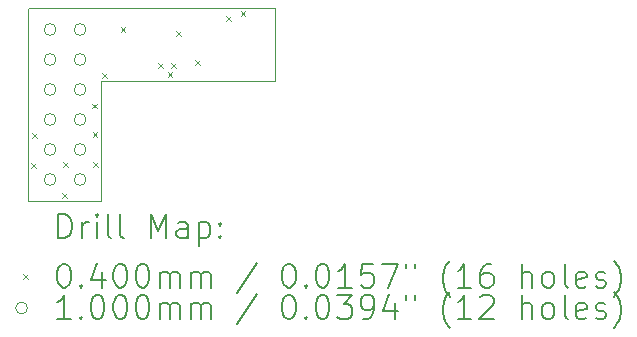
<source format=gbr>
%TF.GenerationSoftware,KiCad,Pcbnew,7.0.8*%
%TF.CreationDate,2024-06-22T11:04:55-04:00*%
%TF.ProjectId,n64amp,6e363461-6d70-42e6-9b69-6361645f7063,rev?*%
%TF.SameCoordinates,Original*%
%TF.FileFunction,Drillmap*%
%TF.FilePolarity,Positive*%
%FSLAX45Y45*%
G04 Gerber Fmt 4.5, Leading zero omitted, Abs format (unit mm)*
G04 Created by KiCad (PCBNEW 7.0.8) date 2024-06-22 11:04:55*
%MOMM*%
%LPD*%
G01*
G04 APERTURE LIST*
%ADD10C,0.100000*%
%ADD11C,0.200000*%
%ADD12C,0.040000*%
G04 APERTURE END LIST*
D10*
X3293668Y-1826280D02*
X1823008Y-1826280D01*
X1823008Y-1917720D01*
X1823008Y-2842280D01*
X1203248Y-2842280D01*
X1203248Y-1216680D01*
X1208328Y-1211600D01*
X3293668Y-1211580D01*
X3293668Y-1826280D01*
D11*
D12*
X1226420Y-2522560D02*
X1266420Y-2562560D01*
X1266420Y-2522560D02*
X1226420Y-2562560D01*
X1236580Y-2268560D02*
X1276580Y-2308560D01*
X1276580Y-2268560D02*
X1236580Y-2308560D01*
X1490580Y-2776560D02*
X1530580Y-2816560D01*
X1530580Y-2776560D02*
X1490580Y-2816560D01*
X1500740Y-2517480D02*
X1540740Y-2557480D01*
X1540740Y-2517480D02*
X1500740Y-2557480D01*
X1744580Y-2022180D02*
X1784580Y-2062180D01*
X1784580Y-2022180D02*
X1744580Y-2062180D01*
X1749660Y-2263480D02*
X1789660Y-2303480D01*
X1789660Y-2263480D02*
X1749660Y-2303480D01*
X1754740Y-2517480D02*
X1794740Y-2557480D01*
X1794740Y-2517480D02*
X1754740Y-2557480D01*
X1830940Y-1763100D02*
X1870940Y-1803100D01*
X1870940Y-1763100D02*
X1830940Y-1803100D01*
X1986600Y-1372010D02*
X2026600Y-1412010D01*
X2026600Y-1372010D02*
X1986600Y-1412010D01*
X2301190Y-1677090D02*
X2341190Y-1717090D01*
X2341190Y-1677090D02*
X2301190Y-1717090D01*
X2384497Y-1754684D02*
X2424497Y-1794684D01*
X2424497Y-1754684D02*
X2384497Y-1794684D01*
X2416356Y-1676623D02*
X2456356Y-1716623D01*
X2456356Y-1676623D02*
X2416356Y-1716623D01*
X2456500Y-1404940D02*
X2496500Y-1444940D01*
X2496500Y-1404940D02*
X2456500Y-1444940D01*
X2617210Y-1650510D02*
X2657210Y-1690510D01*
X2657210Y-1650510D02*
X2617210Y-1690510D01*
X2881580Y-1279270D02*
X2921580Y-1319270D01*
X2921580Y-1279270D02*
X2881580Y-1319270D01*
X3002600Y-1239840D02*
X3042600Y-1279840D01*
X3042600Y-1239840D02*
X3002600Y-1279840D01*
D10*
X1438660Y-1394480D02*
G75*
G03*
X1438660Y-1394480I-50000J0D01*
G01*
X1438660Y-1648480D02*
G75*
G03*
X1438660Y-1648480I-50000J0D01*
G01*
X1438660Y-1902480D02*
G75*
G03*
X1438660Y-1902480I-50000J0D01*
G01*
X1438660Y-2156480D02*
G75*
G03*
X1438660Y-2156480I-50000J0D01*
G01*
X1438660Y-2410480D02*
G75*
G03*
X1438660Y-2410480I-50000J0D01*
G01*
X1438660Y-2664480D02*
G75*
G03*
X1438660Y-2664480I-50000J0D01*
G01*
X1692660Y-1394480D02*
G75*
G03*
X1692660Y-1394480I-50000J0D01*
G01*
X1692660Y-1648480D02*
G75*
G03*
X1692660Y-1648480I-50000J0D01*
G01*
X1692660Y-1902480D02*
G75*
G03*
X1692660Y-1902480I-50000J0D01*
G01*
X1692660Y-2156480D02*
G75*
G03*
X1692660Y-2156480I-50000J0D01*
G01*
X1692660Y-2410480D02*
G75*
G03*
X1692660Y-2410480I-50000J0D01*
G01*
X1692660Y-2664480D02*
G75*
G03*
X1692660Y-2664480I-50000J0D01*
G01*
D11*
X1459025Y-3158764D02*
X1459025Y-2958764D01*
X1459025Y-2958764D02*
X1506644Y-2958764D01*
X1506644Y-2958764D02*
X1535215Y-2968288D01*
X1535215Y-2968288D02*
X1554263Y-2987335D01*
X1554263Y-2987335D02*
X1563786Y-3006383D01*
X1563786Y-3006383D02*
X1573310Y-3044478D01*
X1573310Y-3044478D02*
X1573310Y-3073049D01*
X1573310Y-3073049D02*
X1563786Y-3111145D01*
X1563786Y-3111145D02*
X1554263Y-3130192D01*
X1554263Y-3130192D02*
X1535215Y-3149240D01*
X1535215Y-3149240D02*
X1506644Y-3158764D01*
X1506644Y-3158764D02*
X1459025Y-3158764D01*
X1659025Y-3158764D02*
X1659025Y-3025430D01*
X1659025Y-3063526D02*
X1668548Y-3044478D01*
X1668548Y-3044478D02*
X1678072Y-3034954D01*
X1678072Y-3034954D02*
X1697120Y-3025430D01*
X1697120Y-3025430D02*
X1716167Y-3025430D01*
X1782834Y-3158764D02*
X1782834Y-3025430D01*
X1782834Y-2958764D02*
X1773310Y-2968288D01*
X1773310Y-2968288D02*
X1782834Y-2977811D01*
X1782834Y-2977811D02*
X1792358Y-2968288D01*
X1792358Y-2968288D02*
X1782834Y-2958764D01*
X1782834Y-2958764D02*
X1782834Y-2977811D01*
X1906644Y-3158764D02*
X1887596Y-3149240D01*
X1887596Y-3149240D02*
X1878072Y-3130192D01*
X1878072Y-3130192D02*
X1878072Y-2958764D01*
X2011405Y-3158764D02*
X1992358Y-3149240D01*
X1992358Y-3149240D02*
X1982834Y-3130192D01*
X1982834Y-3130192D02*
X1982834Y-2958764D01*
X2239977Y-3158764D02*
X2239977Y-2958764D01*
X2239977Y-2958764D02*
X2306644Y-3101621D01*
X2306644Y-3101621D02*
X2373310Y-2958764D01*
X2373310Y-2958764D02*
X2373310Y-3158764D01*
X2554263Y-3158764D02*
X2554263Y-3054002D01*
X2554263Y-3054002D02*
X2544739Y-3034954D01*
X2544739Y-3034954D02*
X2525691Y-3025430D01*
X2525691Y-3025430D02*
X2487596Y-3025430D01*
X2487596Y-3025430D02*
X2468548Y-3034954D01*
X2554263Y-3149240D02*
X2535215Y-3158764D01*
X2535215Y-3158764D02*
X2487596Y-3158764D01*
X2487596Y-3158764D02*
X2468548Y-3149240D01*
X2468548Y-3149240D02*
X2459025Y-3130192D01*
X2459025Y-3130192D02*
X2459025Y-3111145D01*
X2459025Y-3111145D02*
X2468548Y-3092097D01*
X2468548Y-3092097D02*
X2487596Y-3082573D01*
X2487596Y-3082573D02*
X2535215Y-3082573D01*
X2535215Y-3082573D02*
X2554263Y-3073049D01*
X2649501Y-3025430D02*
X2649501Y-3225430D01*
X2649501Y-3034954D02*
X2668548Y-3025430D01*
X2668548Y-3025430D02*
X2706644Y-3025430D01*
X2706644Y-3025430D02*
X2725691Y-3034954D01*
X2725691Y-3034954D02*
X2735215Y-3044478D01*
X2735215Y-3044478D02*
X2744739Y-3063526D01*
X2744739Y-3063526D02*
X2744739Y-3120668D01*
X2744739Y-3120668D02*
X2735215Y-3139716D01*
X2735215Y-3139716D02*
X2725691Y-3149240D01*
X2725691Y-3149240D02*
X2706644Y-3158764D01*
X2706644Y-3158764D02*
X2668548Y-3158764D01*
X2668548Y-3158764D02*
X2649501Y-3149240D01*
X2830453Y-3139716D02*
X2839977Y-3149240D01*
X2839977Y-3149240D02*
X2830453Y-3158764D01*
X2830453Y-3158764D02*
X2820929Y-3149240D01*
X2820929Y-3149240D02*
X2830453Y-3139716D01*
X2830453Y-3139716D02*
X2830453Y-3158764D01*
X2830453Y-3034954D02*
X2839977Y-3044478D01*
X2839977Y-3044478D02*
X2830453Y-3054002D01*
X2830453Y-3054002D02*
X2820929Y-3044478D01*
X2820929Y-3044478D02*
X2830453Y-3034954D01*
X2830453Y-3034954D02*
X2830453Y-3054002D01*
D12*
X1158248Y-3467280D02*
X1198248Y-3507280D01*
X1198248Y-3467280D02*
X1158248Y-3507280D01*
D11*
X1497120Y-3378764D02*
X1516167Y-3378764D01*
X1516167Y-3378764D02*
X1535215Y-3388288D01*
X1535215Y-3388288D02*
X1544739Y-3397811D01*
X1544739Y-3397811D02*
X1554263Y-3416859D01*
X1554263Y-3416859D02*
X1563786Y-3454954D01*
X1563786Y-3454954D02*
X1563786Y-3502573D01*
X1563786Y-3502573D02*
X1554263Y-3540668D01*
X1554263Y-3540668D02*
X1544739Y-3559716D01*
X1544739Y-3559716D02*
X1535215Y-3569240D01*
X1535215Y-3569240D02*
X1516167Y-3578764D01*
X1516167Y-3578764D02*
X1497120Y-3578764D01*
X1497120Y-3578764D02*
X1478072Y-3569240D01*
X1478072Y-3569240D02*
X1468548Y-3559716D01*
X1468548Y-3559716D02*
X1459025Y-3540668D01*
X1459025Y-3540668D02*
X1449501Y-3502573D01*
X1449501Y-3502573D02*
X1449501Y-3454954D01*
X1449501Y-3454954D02*
X1459025Y-3416859D01*
X1459025Y-3416859D02*
X1468548Y-3397811D01*
X1468548Y-3397811D02*
X1478072Y-3388288D01*
X1478072Y-3388288D02*
X1497120Y-3378764D01*
X1649501Y-3559716D02*
X1659025Y-3569240D01*
X1659025Y-3569240D02*
X1649501Y-3578764D01*
X1649501Y-3578764D02*
X1639977Y-3569240D01*
X1639977Y-3569240D02*
X1649501Y-3559716D01*
X1649501Y-3559716D02*
X1649501Y-3578764D01*
X1830453Y-3445430D02*
X1830453Y-3578764D01*
X1782834Y-3369240D02*
X1735215Y-3512097D01*
X1735215Y-3512097D02*
X1859025Y-3512097D01*
X1973310Y-3378764D02*
X1992358Y-3378764D01*
X1992358Y-3378764D02*
X2011406Y-3388288D01*
X2011406Y-3388288D02*
X2020929Y-3397811D01*
X2020929Y-3397811D02*
X2030453Y-3416859D01*
X2030453Y-3416859D02*
X2039977Y-3454954D01*
X2039977Y-3454954D02*
X2039977Y-3502573D01*
X2039977Y-3502573D02*
X2030453Y-3540668D01*
X2030453Y-3540668D02*
X2020929Y-3559716D01*
X2020929Y-3559716D02*
X2011406Y-3569240D01*
X2011406Y-3569240D02*
X1992358Y-3578764D01*
X1992358Y-3578764D02*
X1973310Y-3578764D01*
X1973310Y-3578764D02*
X1954263Y-3569240D01*
X1954263Y-3569240D02*
X1944739Y-3559716D01*
X1944739Y-3559716D02*
X1935215Y-3540668D01*
X1935215Y-3540668D02*
X1925691Y-3502573D01*
X1925691Y-3502573D02*
X1925691Y-3454954D01*
X1925691Y-3454954D02*
X1935215Y-3416859D01*
X1935215Y-3416859D02*
X1944739Y-3397811D01*
X1944739Y-3397811D02*
X1954263Y-3388288D01*
X1954263Y-3388288D02*
X1973310Y-3378764D01*
X2163787Y-3378764D02*
X2182834Y-3378764D01*
X2182834Y-3378764D02*
X2201882Y-3388288D01*
X2201882Y-3388288D02*
X2211406Y-3397811D01*
X2211406Y-3397811D02*
X2220929Y-3416859D01*
X2220929Y-3416859D02*
X2230453Y-3454954D01*
X2230453Y-3454954D02*
X2230453Y-3502573D01*
X2230453Y-3502573D02*
X2220929Y-3540668D01*
X2220929Y-3540668D02*
X2211406Y-3559716D01*
X2211406Y-3559716D02*
X2201882Y-3569240D01*
X2201882Y-3569240D02*
X2182834Y-3578764D01*
X2182834Y-3578764D02*
X2163787Y-3578764D01*
X2163787Y-3578764D02*
X2144739Y-3569240D01*
X2144739Y-3569240D02*
X2135215Y-3559716D01*
X2135215Y-3559716D02*
X2125691Y-3540668D01*
X2125691Y-3540668D02*
X2116168Y-3502573D01*
X2116168Y-3502573D02*
X2116168Y-3454954D01*
X2116168Y-3454954D02*
X2125691Y-3416859D01*
X2125691Y-3416859D02*
X2135215Y-3397811D01*
X2135215Y-3397811D02*
X2144739Y-3388288D01*
X2144739Y-3388288D02*
X2163787Y-3378764D01*
X2316168Y-3578764D02*
X2316168Y-3445430D01*
X2316168Y-3464478D02*
X2325691Y-3454954D01*
X2325691Y-3454954D02*
X2344739Y-3445430D01*
X2344739Y-3445430D02*
X2373310Y-3445430D01*
X2373310Y-3445430D02*
X2392358Y-3454954D01*
X2392358Y-3454954D02*
X2401882Y-3474002D01*
X2401882Y-3474002D02*
X2401882Y-3578764D01*
X2401882Y-3474002D02*
X2411406Y-3454954D01*
X2411406Y-3454954D02*
X2430453Y-3445430D01*
X2430453Y-3445430D02*
X2459025Y-3445430D01*
X2459025Y-3445430D02*
X2478072Y-3454954D01*
X2478072Y-3454954D02*
X2487596Y-3474002D01*
X2487596Y-3474002D02*
X2487596Y-3578764D01*
X2582834Y-3578764D02*
X2582834Y-3445430D01*
X2582834Y-3464478D02*
X2592358Y-3454954D01*
X2592358Y-3454954D02*
X2611406Y-3445430D01*
X2611406Y-3445430D02*
X2639977Y-3445430D01*
X2639977Y-3445430D02*
X2659025Y-3454954D01*
X2659025Y-3454954D02*
X2668549Y-3474002D01*
X2668549Y-3474002D02*
X2668549Y-3578764D01*
X2668549Y-3474002D02*
X2678072Y-3454954D01*
X2678072Y-3454954D02*
X2697120Y-3445430D01*
X2697120Y-3445430D02*
X2725691Y-3445430D01*
X2725691Y-3445430D02*
X2744739Y-3454954D01*
X2744739Y-3454954D02*
X2754263Y-3474002D01*
X2754263Y-3474002D02*
X2754263Y-3578764D01*
X3144739Y-3369240D02*
X2973310Y-3626383D01*
X3401882Y-3378764D02*
X3420930Y-3378764D01*
X3420930Y-3378764D02*
X3439977Y-3388288D01*
X3439977Y-3388288D02*
X3449501Y-3397811D01*
X3449501Y-3397811D02*
X3459025Y-3416859D01*
X3459025Y-3416859D02*
X3468549Y-3454954D01*
X3468549Y-3454954D02*
X3468549Y-3502573D01*
X3468549Y-3502573D02*
X3459025Y-3540668D01*
X3459025Y-3540668D02*
X3449501Y-3559716D01*
X3449501Y-3559716D02*
X3439977Y-3569240D01*
X3439977Y-3569240D02*
X3420930Y-3578764D01*
X3420930Y-3578764D02*
X3401882Y-3578764D01*
X3401882Y-3578764D02*
X3382834Y-3569240D01*
X3382834Y-3569240D02*
X3373310Y-3559716D01*
X3373310Y-3559716D02*
X3363787Y-3540668D01*
X3363787Y-3540668D02*
X3354263Y-3502573D01*
X3354263Y-3502573D02*
X3354263Y-3454954D01*
X3354263Y-3454954D02*
X3363787Y-3416859D01*
X3363787Y-3416859D02*
X3373310Y-3397811D01*
X3373310Y-3397811D02*
X3382834Y-3388288D01*
X3382834Y-3388288D02*
X3401882Y-3378764D01*
X3554263Y-3559716D02*
X3563787Y-3569240D01*
X3563787Y-3569240D02*
X3554263Y-3578764D01*
X3554263Y-3578764D02*
X3544739Y-3569240D01*
X3544739Y-3569240D02*
X3554263Y-3559716D01*
X3554263Y-3559716D02*
X3554263Y-3578764D01*
X3687596Y-3378764D02*
X3706644Y-3378764D01*
X3706644Y-3378764D02*
X3725691Y-3388288D01*
X3725691Y-3388288D02*
X3735215Y-3397811D01*
X3735215Y-3397811D02*
X3744739Y-3416859D01*
X3744739Y-3416859D02*
X3754263Y-3454954D01*
X3754263Y-3454954D02*
X3754263Y-3502573D01*
X3754263Y-3502573D02*
X3744739Y-3540668D01*
X3744739Y-3540668D02*
X3735215Y-3559716D01*
X3735215Y-3559716D02*
X3725691Y-3569240D01*
X3725691Y-3569240D02*
X3706644Y-3578764D01*
X3706644Y-3578764D02*
X3687596Y-3578764D01*
X3687596Y-3578764D02*
X3668549Y-3569240D01*
X3668549Y-3569240D02*
X3659025Y-3559716D01*
X3659025Y-3559716D02*
X3649501Y-3540668D01*
X3649501Y-3540668D02*
X3639977Y-3502573D01*
X3639977Y-3502573D02*
X3639977Y-3454954D01*
X3639977Y-3454954D02*
X3649501Y-3416859D01*
X3649501Y-3416859D02*
X3659025Y-3397811D01*
X3659025Y-3397811D02*
X3668549Y-3388288D01*
X3668549Y-3388288D02*
X3687596Y-3378764D01*
X3944739Y-3578764D02*
X3830453Y-3578764D01*
X3887596Y-3578764D02*
X3887596Y-3378764D01*
X3887596Y-3378764D02*
X3868549Y-3407335D01*
X3868549Y-3407335D02*
X3849501Y-3426383D01*
X3849501Y-3426383D02*
X3830453Y-3435907D01*
X4125691Y-3378764D02*
X4030453Y-3378764D01*
X4030453Y-3378764D02*
X4020930Y-3474002D01*
X4020930Y-3474002D02*
X4030453Y-3464478D01*
X4030453Y-3464478D02*
X4049501Y-3454954D01*
X4049501Y-3454954D02*
X4097120Y-3454954D01*
X4097120Y-3454954D02*
X4116168Y-3464478D01*
X4116168Y-3464478D02*
X4125691Y-3474002D01*
X4125691Y-3474002D02*
X4135215Y-3493049D01*
X4135215Y-3493049D02*
X4135215Y-3540668D01*
X4135215Y-3540668D02*
X4125691Y-3559716D01*
X4125691Y-3559716D02*
X4116168Y-3569240D01*
X4116168Y-3569240D02*
X4097120Y-3578764D01*
X4097120Y-3578764D02*
X4049501Y-3578764D01*
X4049501Y-3578764D02*
X4030453Y-3569240D01*
X4030453Y-3569240D02*
X4020930Y-3559716D01*
X4201882Y-3378764D02*
X4335215Y-3378764D01*
X4335215Y-3378764D02*
X4249501Y-3578764D01*
X4401882Y-3378764D02*
X4401882Y-3416859D01*
X4478073Y-3378764D02*
X4478073Y-3416859D01*
X4773311Y-3654954D02*
X4763787Y-3645430D01*
X4763787Y-3645430D02*
X4744739Y-3616859D01*
X4744739Y-3616859D02*
X4735215Y-3597811D01*
X4735215Y-3597811D02*
X4725692Y-3569240D01*
X4725692Y-3569240D02*
X4716168Y-3521621D01*
X4716168Y-3521621D02*
X4716168Y-3483526D01*
X4716168Y-3483526D02*
X4725692Y-3435907D01*
X4725692Y-3435907D02*
X4735215Y-3407335D01*
X4735215Y-3407335D02*
X4744739Y-3388288D01*
X4744739Y-3388288D02*
X4763787Y-3359716D01*
X4763787Y-3359716D02*
X4773311Y-3350192D01*
X4954263Y-3578764D02*
X4839977Y-3578764D01*
X4897120Y-3578764D02*
X4897120Y-3378764D01*
X4897120Y-3378764D02*
X4878073Y-3407335D01*
X4878073Y-3407335D02*
X4859025Y-3426383D01*
X4859025Y-3426383D02*
X4839977Y-3435907D01*
X5125692Y-3378764D02*
X5087596Y-3378764D01*
X5087596Y-3378764D02*
X5068549Y-3388288D01*
X5068549Y-3388288D02*
X5059025Y-3397811D01*
X5059025Y-3397811D02*
X5039977Y-3426383D01*
X5039977Y-3426383D02*
X5030454Y-3464478D01*
X5030454Y-3464478D02*
X5030454Y-3540668D01*
X5030454Y-3540668D02*
X5039977Y-3559716D01*
X5039977Y-3559716D02*
X5049501Y-3569240D01*
X5049501Y-3569240D02*
X5068549Y-3578764D01*
X5068549Y-3578764D02*
X5106644Y-3578764D01*
X5106644Y-3578764D02*
X5125692Y-3569240D01*
X5125692Y-3569240D02*
X5135215Y-3559716D01*
X5135215Y-3559716D02*
X5144739Y-3540668D01*
X5144739Y-3540668D02*
X5144739Y-3493049D01*
X5144739Y-3493049D02*
X5135215Y-3474002D01*
X5135215Y-3474002D02*
X5125692Y-3464478D01*
X5125692Y-3464478D02*
X5106644Y-3454954D01*
X5106644Y-3454954D02*
X5068549Y-3454954D01*
X5068549Y-3454954D02*
X5049501Y-3464478D01*
X5049501Y-3464478D02*
X5039977Y-3474002D01*
X5039977Y-3474002D02*
X5030454Y-3493049D01*
X5382835Y-3578764D02*
X5382835Y-3378764D01*
X5468549Y-3578764D02*
X5468549Y-3474002D01*
X5468549Y-3474002D02*
X5459025Y-3454954D01*
X5459025Y-3454954D02*
X5439977Y-3445430D01*
X5439977Y-3445430D02*
X5411406Y-3445430D01*
X5411406Y-3445430D02*
X5392358Y-3454954D01*
X5392358Y-3454954D02*
X5382835Y-3464478D01*
X5592358Y-3578764D02*
X5573311Y-3569240D01*
X5573311Y-3569240D02*
X5563787Y-3559716D01*
X5563787Y-3559716D02*
X5554263Y-3540668D01*
X5554263Y-3540668D02*
X5554263Y-3483526D01*
X5554263Y-3483526D02*
X5563787Y-3464478D01*
X5563787Y-3464478D02*
X5573311Y-3454954D01*
X5573311Y-3454954D02*
X5592358Y-3445430D01*
X5592358Y-3445430D02*
X5620930Y-3445430D01*
X5620930Y-3445430D02*
X5639977Y-3454954D01*
X5639977Y-3454954D02*
X5649501Y-3464478D01*
X5649501Y-3464478D02*
X5659025Y-3483526D01*
X5659025Y-3483526D02*
X5659025Y-3540668D01*
X5659025Y-3540668D02*
X5649501Y-3559716D01*
X5649501Y-3559716D02*
X5639977Y-3569240D01*
X5639977Y-3569240D02*
X5620930Y-3578764D01*
X5620930Y-3578764D02*
X5592358Y-3578764D01*
X5773311Y-3578764D02*
X5754263Y-3569240D01*
X5754263Y-3569240D02*
X5744739Y-3550192D01*
X5744739Y-3550192D02*
X5744739Y-3378764D01*
X5925692Y-3569240D02*
X5906644Y-3578764D01*
X5906644Y-3578764D02*
X5868549Y-3578764D01*
X5868549Y-3578764D02*
X5849501Y-3569240D01*
X5849501Y-3569240D02*
X5839977Y-3550192D01*
X5839977Y-3550192D02*
X5839977Y-3474002D01*
X5839977Y-3474002D02*
X5849501Y-3454954D01*
X5849501Y-3454954D02*
X5868549Y-3445430D01*
X5868549Y-3445430D02*
X5906644Y-3445430D01*
X5906644Y-3445430D02*
X5925692Y-3454954D01*
X5925692Y-3454954D02*
X5935215Y-3474002D01*
X5935215Y-3474002D02*
X5935215Y-3493049D01*
X5935215Y-3493049D02*
X5839977Y-3512097D01*
X6011406Y-3569240D02*
X6030454Y-3578764D01*
X6030454Y-3578764D02*
X6068549Y-3578764D01*
X6068549Y-3578764D02*
X6087596Y-3569240D01*
X6087596Y-3569240D02*
X6097120Y-3550192D01*
X6097120Y-3550192D02*
X6097120Y-3540668D01*
X6097120Y-3540668D02*
X6087596Y-3521621D01*
X6087596Y-3521621D02*
X6068549Y-3512097D01*
X6068549Y-3512097D02*
X6039977Y-3512097D01*
X6039977Y-3512097D02*
X6020930Y-3502573D01*
X6020930Y-3502573D02*
X6011406Y-3483526D01*
X6011406Y-3483526D02*
X6011406Y-3474002D01*
X6011406Y-3474002D02*
X6020930Y-3454954D01*
X6020930Y-3454954D02*
X6039977Y-3445430D01*
X6039977Y-3445430D02*
X6068549Y-3445430D01*
X6068549Y-3445430D02*
X6087596Y-3454954D01*
X6163787Y-3654954D02*
X6173311Y-3645430D01*
X6173311Y-3645430D02*
X6192358Y-3616859D01*
X6192358Y-3616859D02*
X6201882Y-3597811D01*
X6201882Y-3597811D02*
X6211406Y-3569240D01*
X6211406Y-3569240D02*
X6220930Y-3521621D01*
X6220930Y-3521621D02*
X6220930Y-3483526D01*
X6220930Y-3483526D02*
X6211406Y-3435907D01*
X6211406Y-3435907D02*
X6201882Y-3407335D01*
X6201882Y-3407335D02*
X6192358Y-3388288D01*
X6192358Y-3388288D02*
X6173311Y-3359716D01*
X6173311Y-3359716D02*
X6163787Y-3350192D01*
D10*
X1198248Y-3751280D02*
G75*
G03*
X1198248Y-3751280I-50000J0D01*
G01*
D11*
X1563786Y-3842764D02*
X1449501Y-3842764D01*
X1506644Y-3842764D02*
X1506644Y-3642764D01*
X1506644Y-3642764D02*
X1487596Y-3671335D01*
X1487596Y-3671335D02*
X1468548Y-3690383D01*
X1468548Y-3690383D02*
X1449501Y-3699907D01*
X1649501Y-3823716D02*
X1659025Y-3833240D01*
X1659025Y-3833240D02*
X1649501Y-3842764D01*
X1649501Y-3842764D02*
X1639977Y-3833240D01*
X1639977Y-3833240D02*
X1649501Y-3823716D01*
X1649501Y-3823716D02*
X1649501Y-3842764D01*
X1782834Y-3642764D02*
X1801882Y-3642764D01*
X1801882Y-3642764D02*
X1820929Y-3652288D01*
X1820929Y-3652288D02*
X1830453Y-3661811D01*
X1830453Y-3661811D02*
X1839977Y-3680859D01*
X1839977Y-3680859D02*
X1849501Y-3718954D01*
X1849501Y-3718954D02*
X1849501Y-3766573D01*
X1849501Y-3766573D02*
X1839977Y-3804668D01*
X1839977Y-3804668D02*
X1830453Y-3823716D01*
X1830453Y-3823716D02*
X1820929Y-3833240D01*
X1820929Y-3833240D02*
X1801882Y-3842764D01*
X1801882Y-3842764D02*
X1782834Y-3842764D01*
X1782834Y-3842764D02*
X1763786Y-3833240D01*
X1763786Y-3833240D02*
X1754263Y-3823716D01*
X1754263Y-3823716D02*
X1744739Y-3804668D01*
X1744739Y-3804668D02*
X1735215Y-3766573D01*
X1735215Y-3766573D02*
X1735215Y-3718954D01*
X1735215Y-3718954D02*
X1744739Y-3680859D01*
X1744739Y-3680859D02*
X1754263Y-3661811D01*
X1754263Y-3661811D02*
X1763786Y-3652288D01*
X1763786Y-3652288D02*
X1782834Y-3642764D01*
X1973310Y-3642764D02*
X1992358Y-3642764D01*
X1992358Y-3642764D02*
X2011406Y-3652288D01*
X2011406Y-3652288D02*
X2020929Y-3661811D01*
X2020929Y-3661811D02*
X2030453Y-3680859D01*
X2030453Y-3680859D02*
X2039977Y-3718954D01*
X2039977Y-3718954D02*
X2039977Y-3766573D01*
X2039977Y-3766573D02*
X2030453Y-3804668D01*
X2030453Y-3804668D02*
X2020929Y-3823716D01*
X2020929Y-3823716D02*
X2011406Y-3833240D01*
X2011406Y-3833240D02*
X1992358Y-3842764D01*
X1992358Y-3842764D02*
X1973310Y-3842764D01*
X1973310Y-3842764D02*
X1954263Y-3833240D01*
X1954263Y-3833240D02*
X1944739Y-3823716D01*
X1944739Y-3823716D02*
X1935215Y-3804668D01*
X1935215Y-3804668D02*
X1925691Y-3766573D01*
X1925691Y-3766573D02*
X1925691Y-3718954D01*
X1925691Y-3718954D02*
X1935215Y-3680859D01*
X1935215Y-3680859D02*
X1944739Y-3661811D01*
X1944739Y-3661811D02*
X1954263Y-3652288D01*
X1954263Y-3652288D02*
X1973310Y-3642764D01*
X2163787Y-3642764D02*
X2182834Y-3642764D01*
X2182834Y-3642764D02*
X2201882Y-3652288D01*
X2201882Y-3652288D02*
X2211406Y-3661811D01*
X2211406Y-3661811D02*
X2220929Y-3680859D01*
X2220929Y-3680859D02*
X2230453Y-3718954D01*
X2230453Y-3718954D02*
X2230453Y-3766573D01*
X2230453Y-3766573D02*
X2220929Y-3804668D01*
X2220929Y-3804668D02*
X2211406Y-3823716D01*
X2211406Y-3823716D02*
X2201882Y-3833240D01*
X2201882Y-3833240D02*
X2182834Y-3842764D01*
X2182834Y-3842764D02*
X2163787Y-3842764D01*
X2163787Y-3842764D02*
X2144739Y-3833240D01*
X2144739Y-3833240D02*
X2135215Y-3823716D01*
X2135215Y-3823716D02*
X2125691Y-3804668D01*
X2125691Y-3804668D02*
X2116168Y-3766573D01*
X2116168Y-3766573D02*
X2116168Y-3718954D01*
X2116168Y-3718954D02*
X2125691Y-3680859D01*
X2125691Y-3680859D02*
X2135215Y-3661811D01*
X2135215Y-3661811D02*
X2144739Y-3652288D01*
X2144739Y-3652288D02*
X2163787Y-3642764D01*
X2316168Y-3842764D02*
X2316168Y-3709430D01*
X2316168Y-3728478D02*
X2325691Y-3718954D01*
X2325691Y-3718954D02*
X2344739Y-3709430D01*
X2344739Y-3709430D02*
X2373310Y-3709430D01*
X2373310Y-3709430D02*
X2392358Y-3718954D01*
X2392358Y-3718954D02*
X2401882Y-3738002D01*
X2401882Y-3738002D02*
X2401882Y-3842764D01*
X2401882Y-3738002D02*
X2411406Y-3718954D01*
X2411406Y-3718954D02*
X2430453Y-3709430D01*
X2430453Y-3709430D02*
X2459025Y-3709430D01*
X2459025Y-3709430D02*
X2478072Y-3718954D01*
X2478072Y-3718954D02*
X2487596Y-3738002D01*
X2487596Y-3738002D02*
X2487596Y-3842764D01*
X2582834Y-3842764D02*
X2582834Y-3709430D01*
X2582834Y-3728478D02*
X2592358Y-3718954D01*
X2592358Y-3718954D02*
X2611406Y-3709430D01*
X2611406Y-3709430D02*
X2639977Y-3709430D01*
X2639977Y-3709430D02*
X2659025Y-3718954D01*
X2659025Y-3718954D02*
X2668549Y-3738002D01*
X2668549Y-3738002D02*
X2668549Y-3842764D01*
X2668549Y-3738002D02*
X2678072Y-3718954D01*
X2678072Y-3718954D02*
X2697120Y-3709430D01*
X2697120Y-3709430D02*
X2725691Y-3709430D01*
X2725691Y-3709430D02*
X2744739Y-3718954D01*
X2744739Y-3718954D02*
X2754263Y-3738002D01*
X2754263Y-3738002D02*
X2754263Y-3842764D01*
X3144739Y-3633240D02*
X2973310Y-3890383D01*
X3401882Y-3642764D02*
X3420930Y-3642764D01*
X3420930Y-3642764D02*
X3439977Y-3652288D01*
X3439977Y-3652288D02*
X3449501Y-3661811D01*
X3449501Y-3661811D02*
X3459025Y-3680859D01*
X3459025Y-3680859D02*
X3468549Y-3718954D01*
X3468549Y-3718954D02*
X3468549Y-3766573D01*
X3468549Y-3766573D02*
X3459025Y-3804668D01*
X3459025Y-3804668D02*
X3449501Y-3823716D01*
X3449501Y-3823716D02*
X3439977Y-3833240D01*
X3439977Y-3833240D02*
X3420930Y-3842764D01*
X3420930Y-3842764D02*
X3401882Y-3842764D01*
X3401882Y-3842764D02*
X3382834Y-3833240D01*
X3382834Y-3833240D02*
X3373310Y-3823716D01*
X3373310Y-3823716D02*
X3363787Y-3804668D01*
X3363787Y-3804668D02*
X3354263Y-3766573D01*
X3354263Y-3766573D02*
X3354263Y-3718954D01*
X3354263Y-3718954D02*
X3363787Y-3680859D01*
X3363787Y-3680859D02*
X3373310Y-3661811D01*
X3373310Y-3661811D02*
X3382834Y-3652288D01*
X3382834Y-3652288D02*
X3401882Y-3642764D01*
X3554263Y-3823716D02*
X3563787Y-3833240D01*
X3563787Y-3833240D02*
X3554263Y-3842764D01*
X3554263Y-3842764D02*
X3544739Y-3833240D01*
X3544739Y-3833240D02*
X3554263Y-3823716D01*
X3554263Y-3823716D02*
X3554263Y-3842764D01*
X3687596Y-3642764D02*
X3706644Y-3642764D01*
X3706644Y-3642764D02*
X3725691Y-3652288D01*
X3725691Y-3652288D02*
X3735215Y-3661811D01*
X3735215Y-3661811D02*
X3744739Y-3680859D01*
X3744739Y-3680859D02*
X3754263Y-3718954D01*
X3754263Y-3718954D02*
X3754263Y-3766573D01*
X3754263Y-3766573D02*
X3744739Y-3804668D01*
X3744739Y-3804668D02*
X3735215Y-3823716D01*
X3735215Y-3823716D02*
X3725691Y-3833240D01*
X3725691Y-3833240D02*
X3706644Y-3842764D01*
X3706644Y-3842764D02*
X3687596Y-3842764D01*
X3687596Y-3842764D02*
X3668549Y-3833240D01*
X3668549Y-3833240D02*
X3659025Y-3823716D01*
X3659025Y-3823716D02*
X3649501Y-3804668D01*
X3649501Y-3804668D02*
X3639977Y-3766573D01*
X3639977Y-3766573D02*
X3639977Y-3718954D01*
X3639977Y-3718954D02*
X3649501Y-3680859D01*
X3649501Y-3680859D02*
X3659025Y-3661811D01*
X3659025Y-3661811D02*
X3668549Y-3652288D01*
X3668549Y-3652288D02*
X3687596Y-3642764D01*
X3820930Y-3642764D02*
X3944739Y-3642764D01*
X3944739Y-3642764D02*
X3878072Y-3718954D01*
X3878072Y-3718954D02*
X3906644Y-3718954D01*
X3906644Y-3718954D02*
X3925691Y-3728478D01*
X3925691Y-3728478D02*
X3935215Y-3738002D01*
X3935215Y-3738002D02*
X3944739Y-3757049D01*
X3944739Y-3757049D02*
X3944739Y-3804668D01*
X3944739Y-3804668D02*
X3935215Y-3823716D01*
X3935215Y-3823716D02*
X3925691Y-3833240D01*
X3925691Y-3833240D02*
X3906644Y-3842764D01*
X3906644Y-3842764D02*
X3849501Y-3842764D01*
X3849501Y-3842764D02*
X3830453Y-3833240D01*
X3830453Y-3833240D02*
X3820930Y-3823716D01*
X4039977Y-3842764D02*
X4078072Y-3842764D01*
X4078072Y-3842764D02*
X4097120Y-3833240D01*
X4097120Y-3833240D02*
X4106644Y-3823716D01*
X4106644Y-3823716D02*
X4125691Y-3795145D01*
X4125691Y-3795145D02*
X4135215Y-3757049D01*
X4135215Y-3757049D02*
X4135215Y-3680859D01*
X4135215Y-3680859D02*
X4125691Y-3661811D01*
X4125691Y-3661811D02*
X4116168Y-3652288D01*
X4116168Y-3652288D02*
X4097120Y-3642764D01*
X4097120Y-3642764D02*
X4059025Y-3642764D01*
X4059025Y-3642764D02*
X4039977Y-3652288D01*
X4039977Y-3652288D02*
X4030453Y-3661811D01*
X4030453Y-3661811D02*
X4020930Y-3680859D01*
X4020930Y-3680859D02*
X4020930Y-3728478D01*
X4020930Y-3728478D02*
X4030453Y-3747526D01*
X4030453Y-3747526D02*
X4039977Y-3757049D01*
X4039977Y-3757049D02*
X4059025Y-3766573D01*
X4059025Y-3766573D02*
X4097120Y-3766573D01*
X4097120Y-3766573D02*
X4116168Y-3757049D01*
X4116168Y-3757049D02*
X4125691Y-3747526D01*
X4125691Y-3747526D02*
X4135215Y-3728478D01*
X4306644Y-3709430D02*
X4306644Y-3842764D01*
X4259025Y-3633240D02*
X4211406Y-3776097D01*
X4211406Y-3776097D02*
X4335215Y-3776097D01*
X4401882Y-3642764D02*
X4401882Y-3680859D01*
X4478073Y-3642764D02*
X4478073Y-3680859D01*
X4773311Y-3918954D02*
X4763787Y-3909430D01*
X4763787Y-3909430D02*
X4744739Y-3880859D01*
X4744739Y-3880859D02*
X4735215Y-3861811D01*
X4735215Y-3861811D02*
X4725692Y-3833240D01*
X4725692Y-3833240D02*
X4716168Y-3785621D01*
X4716168Y-3785621D02*
X4716168Y-3747526D01*
X4716168Y-3747526D02*
X4725692Y-3699907D01*
X4725692Y-3699907D02*
X4735215Y-3671335D01*
X4735215Y-3671335D02*
X4744739Y-3652288D01*
X4744739Y-3652288D02*
X4763787Y-3623716D01*
X4763787Y-3623716D02*
X4773311Y-3614192D01*
X4954263Y-3842764D02*
X4839977Y-3842764D01*
X4897120Y-3842764D02*
X4897120Y-3642764D01*
X4897120Y-3642764D02*
X4878073Y-3671335D01*
X4878073Y-3671335D02*
X4859025Y-3690383D01*
X4859025Y-3690383D02*
X4839977Y-3699907D01*
X5030454Y-3661811D02*
X5039977Y-3652288D01*
X5039977Y-3652288D02*
X5059025Y-3642764D01*
X5059025Y-3642764D02*
X5106644Y-3642764D01*
X5106644Y-3642764D02*
X5125692Y-3652288D01*
X5125692Y-3652288D02*
X5135215Y-3661811D01*
X5135215Y-3661811D02*
X5144739Y-3680859D01*
X5144739Y-3680859D02*
X5144739Y-3699907D01*
X5144739Y-3699907D02*
X5135215Y-3728478D01*
X5135215Y-3728478D02*
X5020930Y-3842764D01*
X5020930Y-3842764D02*
X5144739Y-3842764D01*
X5382835Y-3842764D02*
X5382835Y-3642764D01*
X5468549Y-3842764D02*
X5468549Y-3738002D01*
X5468549Y-3738002D02*
X5459025Y-3718954D01*
X5459025Y-3718954D02*
X5439977Y-3709430D01*
X5439977Y-3709430D02*
X5411406Y-3709430D01*
X5411406Y-3709430D02*
X5392358Y-3718954D01*
X5392358Y-3718954D02*
X5382835Y-3728478D01*
X5592358Y-3842764D02*
X5573311Y-3833240D01*
X5573311Y-3833240D02*
X5563787Y-3823716D01*
X5563787Y-3823716D02*
X5554263Y-3804668D01*
X5554263Y-3804668D02*
X5554263Y-3747526D01*
X5554263Y-3747526D02*
X5563787Y-3728478D01*
X5563787Y-3728478D02*
X5573311Y-3718954D01*
X5573311Y-3718954D02*
X5592358Y-3709430D01*
X5592358Y-3709430D02*
X5620930Y-3709430D01*
X5620930Y-3709430D02*
X5639977Y-3718954D01*
X5639977Y-3718954D02*
X5649501Y-3728478D01*
X5649501Y-3728478D02*
X5659025Y-3747526D01*
X5659025Y-3747526D02*
X5659025Y-3804668D01*
X5659025Y-3804668D02*
X5649501Y-3823716D01*
X5649501Y-3823716D02*
X5639977Y-3833240D01*
X5639977Y-3833240D02*
X5620930Y-3842764D01*
X5620930Y-3842764D02*
X5592358Y-3842764D01*
X5773311Y-3842764D02*
X5754263Y-3833240D01*
X5754263Y-3833240D02*
X5744739Y-3814192D01*
X5744739Y-3814192D02*
X5744739Y-3642764D01*
X5925692Y-3833240D02*
X5906644Y-3842764D01*
X5906644Y-3842764D02*
X5868549Y-3842764D01*
X5868549Y-3842764D02*
X5849501Y-3833240D01*
X5849501Y-3833240D02*
X5839977Y-3814192D01*
X5839977Y-3814192D02*
X5839977Y-3738002D01*
X5839977Y-3738002D02*
X5849501Y-3718954D01*
X5849501Y-3718954D02*
X5868549Y-3709430D01*
X5868549Y-3709430D02*
X5906644Y-3709430D01*
X5906644Y-3709430D02*
X5925692Y-3718954D01*
X5925692Y-3718954D02*
X5935215Y-3738002D01*
X5935215Y-3738002D02*
X5935215Y-3757049D01*
X5935215Y-3757049D02*
X5839977Y-3776097D01*
X6011406Y-3833240D02*
X6030454Y-3842764D01*
X6030454Y-3842764D02*
X6068549Y-3842764D01*
X6068549Y-3842764D02*
X6087596Y-3833240D01*
X6087596Y-3833240D02*
X6097120Y-3814192D01*
X6097120Y-3814192D02*
X6097120Y-3804668D01*
X6097120Y-3804668D02*
X6087596Y-3785621D01*
X6087596Y-3785621D02*
X6068549Y-3776097D01*
X6068549Y-3776097D02*
X6039977Y-3776097D01*
X6039977Y-3776097D02*
X6020930Y-3766573D01*
X6020930Y-3766573D02*
X6011406Y-3747526D01*
X6011406Y-3747526D02*
X6011406Y-3738002D01*
X6011406Y-3738002D02*
X6020930Y-3718954D01*
X6020930Y-3718954D02*
X6039977Y-3709430D01*
X6039977Y-3709430D02*
X6068549Y-3709430D01*
X6068549Y-3709430D02*
X6087596Y-3718954D01*
X6163787Y-3918954D02*
X6173311Y-3909430D01*
X6173311Y-3909430D02*
X6192358Y-3880859D01*
X6192358Y-3880859D02*
X6201882Y-3861811D01*
X6201882Y-3861811D02*
X6211406Y-3833240D01*
X6211406Y-3833240D02*
X6220930Y-3785621D01*
X6220930Y-3785621D02*
X6220930Y-3747526D01*
X6220930Y-3747526D02*
X6211406Y-3699907D01*
X6211406Y-3699907D02*
X6201882Y-3671335D01*
X6201882Y-3671335D02*
X6192358Y-3652288D01*
X6192358Y-3652288D02*
X6173311Y-3623716D01*
X6173311Y-3623716D02*
X6163787Y-3614192D01*
M02*

</source>
